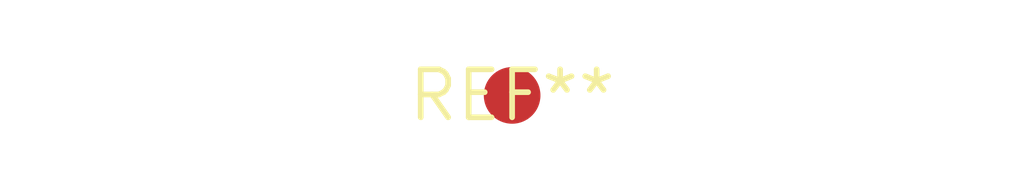
<source format=kicad_pcb>
(kicad_pcb (version 20240108) (generator pcbnew)
  (layers (0 "F.Cu" signal) (31 "B.Cu" signal) (34 "B.Paste" user) (35 "F.Paste" user) (36 "B.SilkS" user "B.Silkscreen") (37 "F.SilkS" user "F.Silkscreen") (38 "B.Mask" user) (39 "F.Mask" user) (44 "Edge.Cuts" user))
  (net 0 "")
  (footprint "Fiducial_1.5mm_Mask4.5mm" (layer "F.Cu") (at 0 0)
    (property "Reference" "REF**")
    (property "Value" "Fiducial_1.5mm_Mask4.5mm")
    (pad "" smd circle (at 0 0) (size 1.5 1.5) (layers "F.Cu" "F.Mask") (clearance 1.5))
  )
)
</source>
